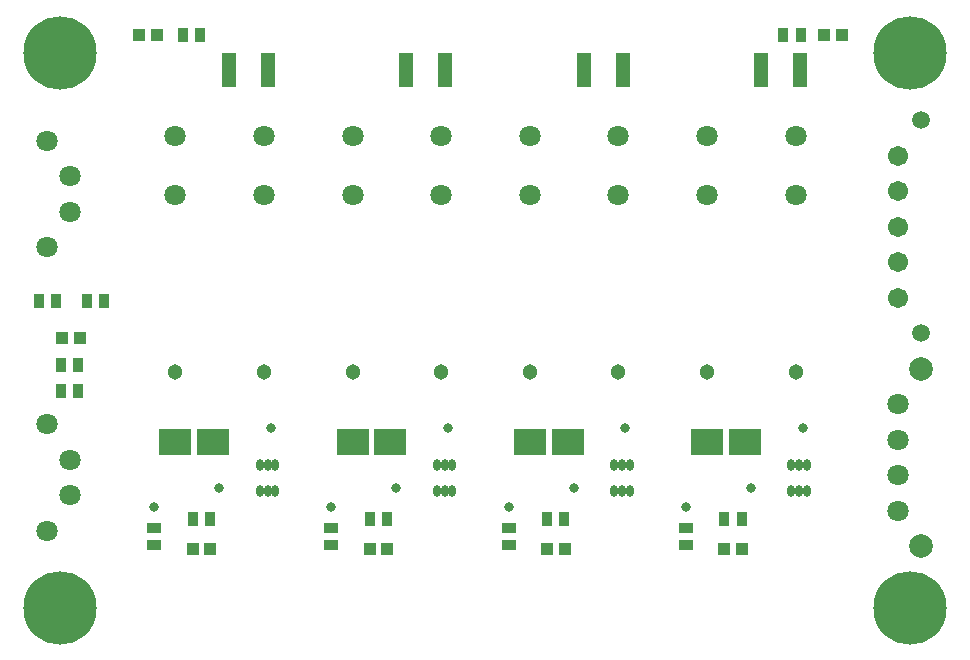
<source format=gts>
G04*
G04 #@! TF.GenerationSoftware,Altium Limited,Altium Designer,18.1.9 (240)*
G04*
G04 Layer_Color=8388736*
%FSLAX25Y25*%
%MOIN*%
G70*
G01*
G75*
%ADD22O,0.02375X0.03950*%
%ADD23R,0.03753X0.04737*%
%ADD24R,0.05131X0.11824*%
%ADD25R,0.04737X0.03753*%
%ADD26R,0.03950X0.03950*%
%ADD27R,0.10642X0.09068*%
%ADD28C,0.06706*%
%ADD29C,0.07099*%
%ADD30C,0.05131*%
%ADD31C,0.24422*%
%ADD32C,0.05918*%
%ADD33C,0.03162*%
%ADD34C,0.07887*%
D22*
X200591Y54724D02*
D03*
X203150D02*
D03*
X205709D02*
D03*
X200591Y63386D02*
D03*
X203150D02*
D03*
X205709D02*
D03*
X264764D02*
D03*
X262205D02*
D03*
X259646D02*
D03*
X264764Y54724D02*
D03*
X262205D02*
D03*
X259646D02*
D03*
X146653Y63386D02*
D03*
X144095D02*
D03*
X141535D02*
D03*
X146653Y54724D02*
D03*
X144095D02*
D03*
X141535D02*
D03*
X87598Y63386D02*
D03*
X85039D02*
D03*
X82480D02*
D03*
X87598Y54724D02*
D03*
X85039D02*
D03*
X82480D02*
D03*
D23*
X30413Y118110D02*
D03*
X24705D02*
D03*
X14469D02*
D03*
X8760D02*
D03*
X243012Y45276D02*
D03*
X237303D02*
D03*
X183957D02*
D03*
X178248D02*
D03*
X124901D02*
D03*
X119193D02*
D03*
X65846D02*
D03*
X60138D02*
D03*
X16284Y88082D02*
D03*
X21993D02*
D03*
X16284Y96645D02*
D03*
X21993D02*
D03*
X256988Y206693D02*
D03*
X262697D02*
D03*
X62500D02*
D03*
X56791D02*
D03*
D24*
X249410Y194882D02*
D03*
X262402D02*
D03*
X190354D02*
D03*
X203346D02*
D03*
X131299D02*
D03*
X144291D02*
D03*
X72244D02*
D03*
X85236D02*
D03*
D25*
X224409Y42224D02*
D03*
Y36516D02*
D03*
X165354D02*
D03*
Y42224D02*
D03*
X106299Y36516D02*
D03*
Y42224D02*
D03*
X47244D02*
D03*
Y36516D02*
D03*
D26*
X16587Y105503D02*
D03*
X22493D02*
D03*
X270669Y206693D02*
D03*
X276575D02*
D03*
X48228D02*
D03*
X42323D02*
D03*
X237205Y35433D02*
D03*
X243110D02*
D03*
X178150D02*
D03*
X184055D02*
D03*
X119095D02*
D03*
X125000D02*
D03*
X60039D02*
D03*
X65945D02*
D03*
D27*
X244094Y70866D02*
D03*
X231496D02*
D03*
X185039D02*
D03*
X172441D02*
D03*
X125984D02*
D03*
X113386D02*
D03*
X66929D02*
D03*
X54331D02*
D03*
D28*
X295276Y119095D02*
D03*
Y130905D02*
D03*
Y142717D02*
D03*
Y154528D02*
D03*
Y166339D02*
D03*
D29*
Y48031D02*
D03*
Y59842D02*
D03*
Y71653D02*
D03*
Y83465D02*
D03*
X231496Y153347D02*
D03*
Y173031D02*
D03*
X261024D02*
D03*
Y153347D02*
D03*
X172441D02*
D03*
Y173031D02*
D03*
X201969D02*
D03*
Y153347D02*
D03*
X113386D02*
D03*
Y173031D02*
D03*
X142913D02*
D03*
Y153347D02*
D03*
X54331D02*
D03*
Y173031D02*
D03*
X83858D02*
D03*
Y153347D02*
D03*
X19331Y65059D02*
D03*
Y53248D02*
D03*
Y159547D02*
D03*
Y147736D02*
D03*
X11614Y76870D02*
D03*
Y41437D02*
D03*
Y171358D02*
D03*
Y135925D02*
D03*
D30*
X261024Y94291D02*
D03*
X231496D02*
D03*
X201969D02*
D03*
X172441D02*
D03*
X142913D02*
D03*
X113386D02*
D03*
X83858D02*
D03*
X54331D02*
D03*
D31*
X299213Y15748D02*
D03*
X15748Y200787D02*
D03*
X299213D02*
D03*
X15748Y15748D02*
D03*
D32*
X302992Y107283D02*
D03*
Y178150D02*
D03*
D33*
X47244Y49213D02*
D03*
X106299D02*
D03*
X165354D02*
D03*
X246063Y55709D02*
D03*
X187008D02*
D03*
X127953D02*
D03*
X68898D02*
D03*
X224410Y49213D02*
D03*
X86221Y75590D02*
D03*
X145276D02*
D03*
X204331D02*
D03*
X263386D02*
D03*
D34*
X302992Y36220D02*
D03*
Y95276D02*
D03*
M02*

</source>
